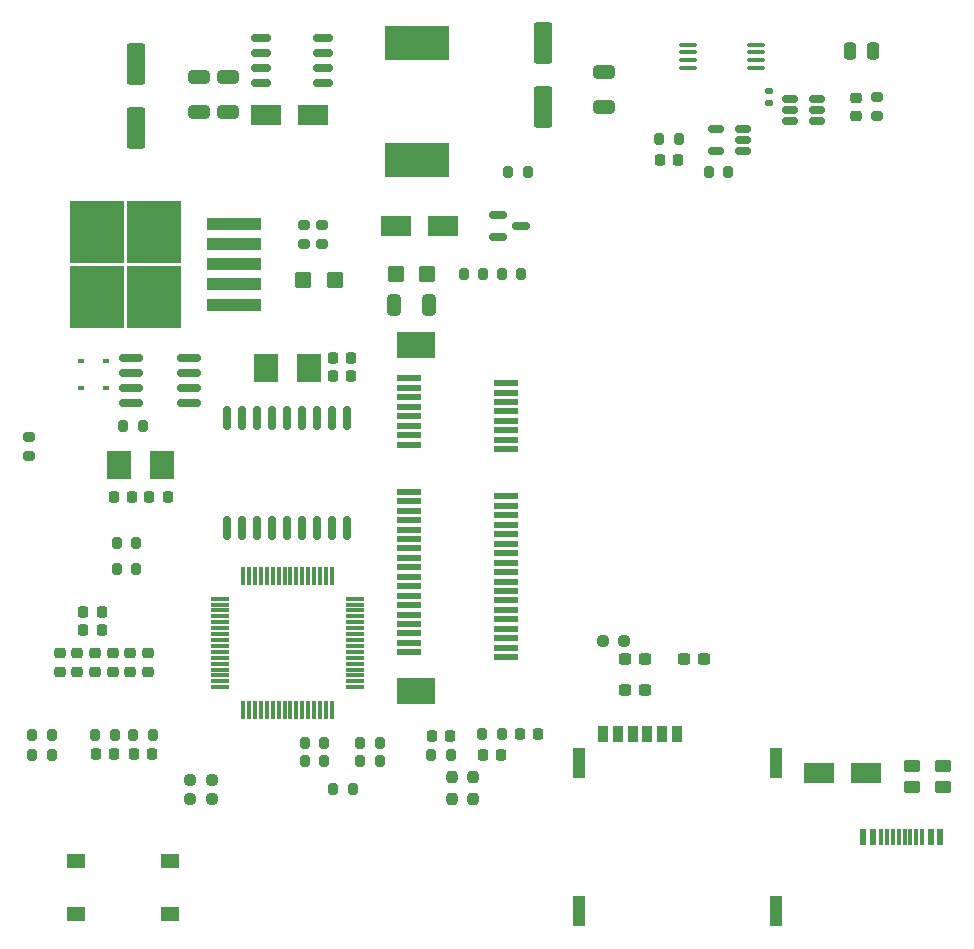
<source format=gbr>
%TF.GenerationSoftware,KiCad,Pcbnew,(6.0.6)*%
%TF.CreationDate,2022-10-20T14:17:53+09:00*%
%TF.ProjectId,LTE-base-H1,4c54452d-6261-4736-952d-48312e6b6963,rev?*%
%TF.SameCoordinates,Original*%
%TF.FileFunction,Paste,Top*%
%TF.FilePolarity,Positive*%
%FSLAX46Y46*%
G04 Gerber Fmt 4.6, Leading zero omitted, Abs format (unit mm)*
G04 Created by KiCad (PCBNEW (6.0.6)) date 2022-10-20 14:17:53*
%MOMM*%
%LPD*%
G01*
G04 APERTURE LIST*
G04 Aperture macros list*
%AMRoundRect*
0 Rectangle with rounded corners*
0 $1 Rounding radius*
0 $2 $3 $4 $5 $6 $7 $8 $9 X,Y pos of 4 corners*
0 Add a 4 corners polygon primitive as box body*
4,1,4,$2,$3,$4,$5,$6,$7,$8,$9,$2,$3,0*
0 Add four circle primitives for the rounded corners*
1,1,$1+$1,$2,$3*
1,1,$1+$1,$4,$5*
1,1,$1+$1,$6,$7*
1,1,$1+$1,$8,$9*
0 Add four rect primitives between the rounded corners*
20,1,$1+$1,$2,$3,$4,$5,0*
20,1,$1+$1,$4,$5,$6,$7,0*
20,1,$1+$1,$6,$7,$8,$9,0*
20,1,$1+$1,$8,$9,$2,$3,0*%
G04 Aperture macros list end*
%ADD10RoundRect,0.225000X-0.225000X-0.250000X0.225000X-0.250000X0.225000X0.250000X-0.225000X0.250000X0*%
%ADD11RoundRect,0.250000X0.550000X-1.500000X0.550000X1.500000X-0.550000X1.500000X-0.550000X-1.500000X0*%
%ADD12RoundRect,0.250000X-0.450000X-0.425000X0.450000X-0.425000X0.450000X0.425000X-0.450000X0.425000X0*%
%ADD13RoundRect,0.200000X0.275000X-0.200000X0.275000X0.200000X-0.275000X0.200000X-0.275000X-0.200000X0*%
%ADD14RoundRect,0.200000X0.200000X0.275000X-0.200000X0.275000X-0.200000X-0.275000X0.200000X-0.275000X0*%
%ADD15R,4.550000X5.250000*%
%ADD16R,4.600000X1.100000*%
%ADD17R,0.900000X1.350000*%
%ADD18R,1.100000X2.600000*%
%ADD19RoundRect,0.218750X0.218750X0.256250X-0.218750X0.256250X-0.218750X-0.256250X0.218750X-0.256250X0*%
%ADD20R,2.500000X1.800000*%
%ADD21R,0.600000X0.450000*%
%ADD22RoundRect,0.237500X-0.300000X-0.237500X0.300000X-0.237500X0.300000X0.237500X-0.300000X0.237500X0*%
%ADD23R,2.000000X2.400000*%
%ADD24RoundRect,0.237500X-0.250000X-0.237500X0.250000X-0.237500X0.250000X0.237500X-0.250000X0.237500X0*%
%ADD25RoundRect,0.200000X-0.275000X0.200000X-0.275000X-0.200000X0.275000X-0.200000X0.275000X0.200000X0*%
%ADD26RoundRect,0.150000X-0.587500X-0.150000X0.587500X-0.150000X0.587500X0.150000X-0.587500X0.150000X0*%
%ADD27RoundRect,0.250000X-0.450000X0.262500X-0.450000X-0.262500X0.450000X-0.262500X0.450000X0.262500X0*%
%ADD28RoundRect,0.250000X0.650000X-0.325000X0.650000X0.325000X-0.650000X0.325000X-0.650000X-0.325000X0*%
%ADD29RoundRect,0.225000X-0.250000X0.225000X-0.250000X-0.225000X0.250000X-0.225000X0.250000X0.225000X0*%
%ADD30R,5.400000X2.900000*%
%ADD31RoundRect,0.150000X-0.512500X-0.150000X0.512500X-0.150000X0.512500X0.150000X-0.512500X0.150000X0*%
%ADD32R,2.000000X0.600000*%
%ADD33R,3.200000X2.300000*%
%ADD34RoundRect,0.135000X0.185000X-0.135000X0.185000X0.135000X-0.185000X0.135000X-0.185000X-0.135000X0*%
%ADD35RoundRect,0.237500X-0.237500X0.250000X-0.237500X-0.250000X0.237500X-0.250000X0.237500X0.250000X0*%
%ADD36RoundRect,0.150000X-0.150000X0.875000X-0.150000X-0.875000X0.150000X-0.875000X0.150000X0.875000X0*%
%ADD37RoundRect,0.200000X-0.200000X-0.275000X0.200000X-0.275000X0.200000X0.275000X-0.200000X0.275000X0*%
%ADD38RoundRect,0.250000X-0.250000X-0.475000X0.250000X-0.475000X0.250000X0.475000X-0.250000X0.475000X0*%
%ADD39RoundRect,0.225000X0.250000X-0.225000X0.250000X0.225000X-0.250000X0.225000X-0.250000X-0.225000X0*%
%ADD40RoundRect,0.150000X-0.675000X-0.150000X0.675000X-0.150000X0.675000X0.150000X-0.675000X0.150000X0*%
%ADD41RoundRect,0.237500X0.250000X0.237500X-0.250000X0.237500X-0.250000X-0.237500X0.250000X-0.237500X0*%
%ADD42RoundRect,0.075000X0.700000X0.075000X-0.700000X0.075000X-0.700000X-0.075000X0.700000X-0.075000X0*%
%ADD43RoundRect,0.075000X0.075000X0.700000X-0.075000X0.700000X-0.075000X-0.700000X0.075000X-0.700000X0*%
%ADD44RoundRect,0.150000X0.825000X0.150000X-0.825000X0.150000X-0.825000X-0.150000X0.825000X-0.150000X0*%
%ADD45R,0.600000X1.450000*%
%ADD46R,0.300000X1.450000*%
%ADD47RoundRect,0.225000X0.225000X0.250000X-0.225000X0.250000X-0.225000X-0.250000X0.225000X-0.250000X0*%
%ADD48RoundRect,0.250000X-0.325000X-0.650000X0.325000X-0.650000X0.325000X0.650000X-0.325000X0.650000X0*%
%ADD49R,1.550000X1.300000*%
%ADD50RoundRect,0.150000X0.512500X0.150000X-0.512500X0.150000X-0.512500X-0.150000X0.512500X-0.150000X0*%
%ADD51RoundRect,0.100000X-0.637500X-0.100000X0.637500X-0.100000X0.637500X0.100000X-0.637500X0.100000X0*%
%ADD52RoundRect,0.237500X0.237500X-0.250000X0.237500X0.250000X-0.237500X0.250000X-0.237500X-0.250000X0*%
G04 APERTURE END LIST*
D10*
%TO.C,C10*%
X137125000Y-107500000D03*
X138675000Y-107500000D03*
%TD*%
D11*
%TO.C,C7*%
X120500000Y-86525000D03*
X120500000Y-81125000D03*
%TD*%
D12*
%TO.C,C5*%
X134650000Y-99350000D03*
X137350000Y-99350000D03*
%TD*%
D13*
%TO.C,R5*%
X111400000Y-114275000D03*
X111400000Y-112625000D03*
%TD*%
D14*
%TO.C,R6*%
X147125000Y-139550000D03*
X145475000Y-139550000D03*
%TD*%
%TO.C,R8*%
X120500000Y-123800000D03*
X118850000Y-123800000D03*
%TD*%
D15*
%TO.C,U5*%
X122025000Y-100825000D03*
X122025000Y-95275000D03*
X117175000Y-100825000D03*
X117175000Y-95275000D03*
D16*
X128750000Y-101450000D03*
X128750000Y-99750000D03*
X128750000Y-98050000D03*
X128750000Y-96350000D03*
X128750000Y-94650000D03*
%TD*%
D17*
%TO.C,U6*%
X161270000Y-137800000D03*
X163780000Y-137800000D03*
X166300000Y-137800000D03*
X160000000Y-137800000D03*
X162520000Y-137800000D03*
X165040000Y-137800000D03*
D18*
X174650000Y-140250000D03*
X158000000Y-140250000D03*
X158000000Y-152799999D03*
X174650000Y-152800000D03*
%TD*%
D19*
%TO.C,D5*%
X118643500Y-139522000D03*
X117068500Y-139522000D03*
%TD*%
D20*
%TO.C,D3*%
X135500000Y-85425000D03*
X131500000Y-85425000D03*
%TD*%
D14*
%TO.C,R31*%
X120500000Y-121600000D03*
X118850000Y-121600000D03*
%TD*%
D20*
%TO.C,D10*%
X142450000Y-94800000D03*
X146450000Y-94800000D03*
%TD*%
D14*
%TO.C,R29*%
X153625000Y-90200000D03*
X151975000Y-90200000D03*
%TD*%
D13*
%TO.C,R3*%
X134700000Y-96325000D03*
X134700000Y-94675000D03*
%TD*%
D14*
%TO.C,R7*%
X121881000Y-137922000D03*
X120231000Y-137922000D03*
%TD*%
D10*
%TO.C,C6*%
X137125000Y-106000000D03*
X138675000Y-106000000D03*
%TD*%
D21*
%TO.C,D1*%
X115850000Y-108500000D03*
X117950000Y-108500000D03*
%TD*%
D19*
%TO.C,D2*%
X121843500Y-139522000D03*
X120268500Y-139522000D03*
%TD*%
D13*
%TO.C,R26*%
X183200000Y-85525000D03*
X183200000Y-83875000D03*
%TD*%
D22*
%TO.C,C21*%
X166837500Y-131500000D03*
X168562500Y-131500000D03*
%TD*%
D23*
%TO.C,Y2*%
X131450000Y-106800000D03*
X135150000Y-106800000D03*
%TD*%
D24*
%TO.C,R13*%
X125087500Y-141700000D03*
X126912500Y-141700000D03*
%TD*%
D25*
%TO.C,R4*%
X136200000Y-94675000D03*
X136200000Y-96325000D03*
%TD*%
D26*
%TO.C,Q1*%
X151162500Y-93850000D03*
X151162500Y-95750000D03*
X153037500Y-94800000D03*
%TD*%
D27*
%TO.C,R11*%
X188800000Y-140487500D03*
X188800000Y-142312500D03*
%TD*%
%TO.C,R10*%
X186200000Y-140487500D03*
X186200000Y-142312500D03*
%TD*%
D28*
%TO.C,C9*%
X128300000Y-85175000D03*
X128300000Y-82225000D03*
%TD*%
D14*
%TO.C,R1*%
X113347000Y-139622000D03*
X111697000Y-139622000D03*
%TD*%
D29*
%TO.C,C12*%
X115500000Y-130975000D03*
X115500000Y-132525000D03*
%TD*%
D30*
%TO.C,L2*%
X144300000Y-89175000D03*
X144300000Y-79275000D03*
%TD*%
D31*
%TO.C,U9*%
X175862500Y-84050000D03*
X175862500Y-85000000D03*
X175862500Y-85950000D03*
X178137500Y-85950000D03*
X178137500Y-85000000D03*
X178137500Y-84050000D03*
%TD*%
D32*
%TO.C,J1*%
X143600000Y-107700000D03*
X151800000Y-108100000D03*
X143600000Y-108500000D03*
X151800000Y-108900000D03*
X143600000Y-109300000D03*
X151800000Y-109700000D03*
X143600000Y-110100000D03*
X151800000Y-110500000D03*
X143600000Y-110900000D03*
X151800000Y-111300000D03*
X143600000Y-111700000D03*
X151800000Y-112100000D03*
X143600000Y-112500000D03*
X151800000Y-112900000D03*
X143600000Y-113300000D03*
X151800000Y-113700000D03*
X143600000Y-117300000D03*
X151800000Y-117700000D03*
X143600000Y-118100000D03*
X151800000Y-118500000D03*
X143600000Y-118900000D03*
X151800000Y-119300000D03*
X143600000Y-119700000D03*
X151800000Y-120100000D03*
X143600000Y-120500000D03*
X151800000Y-120900000D03*
X143600000Y-121300000D03*
X151800000Y-121700000D03*
X143600000Y-122100000D03*
X151800000Y-122500000D03*
X143600000Y-122900000D03*
X151800000Y-123300000D03*
X143600000Y-123700000D03*
X151800000Y-124100000D03*
X143600000Y-124500000D03*
X151800000Y-124900000D03*
X143600000Y-125300000D03*
X151800000Y-125700000D03*
X143600000Y-126100000D03*
X151800000Y-126500000D03*
X143600000Y-126900000D03*
X151800000Y-127300000D03*
X143600000Y-127700000D03*
X151800000Y-128100000D03*
X143600000Y-128500000D03*
X151800000Y-128900000D03*
X143600000Y-129300000D03*
X151800000Y-129700000D03*
X143600000Y-130100000D03*
X151800000Y-130500000D03*
X143600000Y-130900000D03*
X151800000Y-131300000D03*
D33*
X144200000Y-134150000D03*
X144200000Y-104850000D03*
%TD*%
D34*
%TO.C,R22*%
X174100000Y-84410000D03*
X174100000Y-83390000D03*
%TD*%
D10*
%TO.C,C2*%
X118600000Y-117750000D03*
X120150000Y-117750000D03*
%TD*%
D22*
%TO.C,C22*%
X161837500Y-131500000D03*
X163562500Y-131500000D03*
%TD*%
D29*
%TO.C,C17*%
X121500000Y-130975000D03*
X121500000Y-132525000D03*
%TD*%
D35*
%TO.C,R15*%
X147200000Y-141487500D03*
X147200000Y-143312500D03*
%TD*%
D29*
%TO.C,C19*%
X118500000Y-130975000D03*
X118500000Y-132525000D03*
%TD*%
D10*
%TO.C,C11*%
X145525000Y-138000000D03*
X147075000Y-138000000D03*
%TD*%
D14*
%TO.C,R9*%
X118681000Y-137922000D03*
X117031000Y-137922000D03*
%TD*%
D20*
%TO.C,D7*%
X178300000Y-141100000D03*
X182300000Y-141100000D03*
%TD*%
D29*
%TO.C,C14*%
X114000000Y-130975000D03*
X114000000Y-132525000D03*
%TD*%
D36*
%TO.C,U3*%
X138380000Y-111050000D03*
X137110000Y-111050000D03*
X135840000Y-111050000D03*
X134570000Y-111050000D03*
X133300000Y-111050000D03*
X132030000Y-111050000D03*
X130760000Y-111050000D03*
X129490000Y-111050000D03*
X128220000Y-111050000D03*
X128220000Y-120350000D03*
X129490000Y-120350000D03*
X130760000Y-120350000D03*
X132030000Y-120350000D03*
X133300000Y-120350000D03*
X134570000Y-120350000D03*
X135840000Y-120350000D03*
X137110000Y-120350000D03*
X138380000Y-120350000D03*
%TD*%
D23*
%TO.C,Y1*%
X119000000Y-115000000D03*
X122700000Y-115000000D03*
%TD*%
D37*
%TO.C,R25*%
X164775000Y-87400000D03*
X166425000Y-87400000D03*
%TD*%
D38*
%TO.C,C26*%
X180950000Y-80000000D03*
X182850000Y-80000000D03*
%TD*%
D39*
%TO.C,C25*%
X181400000Y-85475000D03*
X181400000Y-83925000D03*
%TD*%
D22*
%TO.C,C20*%
X161837500Y-134100000D03*
X163562500Y-134100000D03*
%TD*%
D14*
%TO.C,R2*%
X138825000Y-142500000D03*
X137175000Y-142500000D03*
%TD*%
D21*
%TO.C,D6*%
X115850000Y-106200000D03*
X117950000Y-106200000D03*
%TD*%
D19*
%TO.C,D9*%
X166387500Y-89200000D03*
X164812500Y-89200000D03*
%TD*%
D37*
%TO.C,R17*%
X149775000Y-137775000D03*
X151425000Y-137775000D03*
%TD*%
D40*
%TO.C,U1*%
X131075000Y-78920000D03*
X131075000Y-80190000D03*
X131075000Y-81460000D03*
X131075000Y-82730000D03*
X136325000Y-82730000D03*
X136325000Y-81460000D03*
X136325000Y-80190000D03*
X136325000Y-78920000D03*
%TD*%
D29*
%TO.C,C18*%
X120000000Y-130975000D03*
X120000000Y-132525000D03*
%TD*%
D41*
%TO.C,R14*%
X126912500Y-143300000D03*
X125087500Y-143300000D03*
%TD*%
D42*
%TO.C,U2*%
X138975000Y-133850000D03*
X138975000Y-133350000D03*
X138975000Y-132850000D03*
X138975000Y-132350000D03*
X138975000Y-131850000D03*
X138975000Y-131350000D03*
X138975000Y-130850000D03*
X138975000Y-130350000D03*
X138975000Y-129850000D03*
X138975000Y-129350000D03*
X138975000Y-128850000D03*
X138975000Y-128350000D03*
X138975000Y-127850000D03*
X138975000Y-127350000D03*
X138975000Y-126850000D03*
X138975000Y-126350000D03*
D43*
X137050000Y-124425000D03*
X136550000Y-124425000D03*
X136050000Y-124425000D03*
X135550000Y-124425000D03*
X135050000Y-124425000D03*
X134550000Y-124425000D03*
X134050000Y-124425000D03*
X133550000Y-124425000D03*
X133050000Y-124425000D03*
X132550000Y-124425000D03*
X132050000Y-124425000D03*
X131550000Y-124425000D03*
X131050000Y-124425000D03*
X130550000Y-124425000D03*
X130050000Y-124425000D03*
X129550000Y-124425000D03*
D42*
X127625000Y-126350000D03*
X127625000Y-126850000D03*
X127625000Y-127350000D03*
X127625000Y-127850000D03*
X127625000Y-128350000D03*
X127625000Y-128850000D03*
X127625000Y-129350000D03*
X127625000Y-129850000D03*
X127625000Y-130350000D03*
X127625000Y-130850000D03*
X127625000Y-131350000D03*
X127625000Y-131850000D03*
X127625000Y-132350000D03*
X127625000Y-132850000D03*
X127625000Y-133350000D03*
X127625000Y-133850000D03*
D43*
X129550000Y-135775000D03*
X130050000Y-135775000D03*
X130550000Y-135775000D03*
X131050000Y-135775000D03*
X131550000Y-135775000D03*
X132050000Y-135775000D03*
X132550000Y-135775000D03*
X133050000Y-135775000D03*
X133550000Y-135775000D03*
X134050000Y-135775000D03*
X134550000Y-135775000D03*
X135050000Y-135775000D03*
X135550000Y-135775000D03*
X136050000Y-135775000D03*
X136550000Y-135775000D03*
X137050000Y-135775000D03*
%TD*%
D10*
%TO.C,C1*%
X149825000Y-139575000D03*
X151375000Y-139575000D03*
%TD*%
D37*
%TO.C,R19*%
X134775000Y-140100000D03*
X136425000Y-140100000D03*
%TD*%
D12*
%TO.C,C4*%
X142450000Y-98900000D03*
X145150000Y-98900000D03*
%TD*%
D44*
%TO.C,U4*%
X124975000Y-109805000D03*
X124975000Y-108535000D03*
X124975000Y-107265000D03*
X124975000Y-105995000D03*
X120025000Y-105995000D03*
X120025000Y-107265000D03*
X120025000Y-108535000D03*
X120025000Y-109805000D03*
%TD*%
D45*
%TO.C,J5*%
X182045489Y-146550489D03*
X182845489Y-146550489D03*
D46*
X184045489Y-146550489D03*
X185045489Y-146550489D03*
X185545489Y-146550489D03*
X186545489Y-146550489D03*
D45*
X187745489Y-146550489D03*
X188545489Y-146550489D03*
X188545489Y-146550489D03*
X187745489Y-146550489D03*
D46*
X187045489Y-146550489D03*
X186045489Y-146550489D03*
X184545489Y-146550489D03*
X183545489Y-146550489D03*
D45*
X182845489Y-146550489D03*
X182045489Y-146550489D03*
%TD*%
D11*
%TO.C,C24*%
X154900000Y-84725000D03*
X154900000Y-79325000D03*
%TD*%
D47*
%TO.C,C3*%
X123150000Y-117750000D03*
X121600000Y-117750000D03*
%TD*%
D48*
%TO.C,C27*%
X142325000Y-101450000D03*
X145275000Y-101450000D03*
%TD*%
D29*
%TO.C,C16*%
X117000000Y-130975000D03*
X117000000Y-132525000D03*
%TD*%
D37*
%TO.C,R18*%
X134775000Y-138600000D03*
X136425000Y-138600000D03*
%TD*%
D47*
%TO.C,C13*%
X117575000Y-127500000D03*
X116025000Y-127500000D03*
%TD*%
D14*
%TO.C,R30*%
X121025000Y-111700000D03*
X119375000Y-111700000D03*
%TD*%
D37*
%TO.C,R27*%
X148225000Y-98900000D03*
X149875000Y-98900000D03*
%TD*%
D49*
%TO.C,SW3*%
X115420000Y-148550000D03*
X123380000Y-148550000D03*
X115420000Y-153050000D03*
X123380000Y-153050000D03*
%TD*%
D47*
%TO.C,C15*%
X117575000Y-129000000D03*
X116025000Y-129000000D03*
%TD*%
D50*
%TO.C,U10*%
X171837500Y-88450000D03*
X171837500Y-87500000D03*
X171837500Y-86550000D03*
X169562500Y-86550000D03*
X169562500Y-88450000D03*
%TD*%
D28*
%TO.C,C23*%
X160100000Y-84700000D03*
X160100000Y-81750000D03*
%TD*%
D19*
%TO.C,D8*%
X154537500Y-137775000D03*
X152962500Y-137775000D03*
%TD*%
D51*
%TO.C,U8*%
X167237500Y-79450000D03*
X167237500Y-80100000D03*
X167237500Y-80750000D03*
X167237500Y-81400000D03*
X172962500Y-81400000D03*
X172962500Y-80750000D03*
X172962500Y-80100000D03*
X172962500Y-79450000D03*
%TD*%
D24*
%TO.C,R12*%
X159987500Y-129900000D03*
X161812500Y-129900000D03*
%TD*%
D37*
%TO.C,R20*%
X139475000Y-138600000D03*
X141125000Y-138600000D03*
%TD*%
D14*
%TO.C,R24*%
X113347000Y-137922000D03*
X111697000Y-137922000D03*
%TD*%
D28*
%TO.C,C8*%
X125800000Y-85175000D03*
X125800000Y-82225000D03*
%TD*%
D37*
%TO.C,R28*%
X151425000Y-98900000D03*
X153075000Y-98900000D03*
%TD*%
%TO.C,R23*%
X168975000Y-90200000D03*
X170625000Y-90200000D03*
%TD*%
D52*
%TO.C,R16*%
X149000000Y-143312500D03*
X149000000Y-141487500D03*
%TD*%
D37*
%TO.C,R21*%
X139475000Y-140100000D03*
X141125000Y-140100000D03*
%TD*%
M02*

</source>
